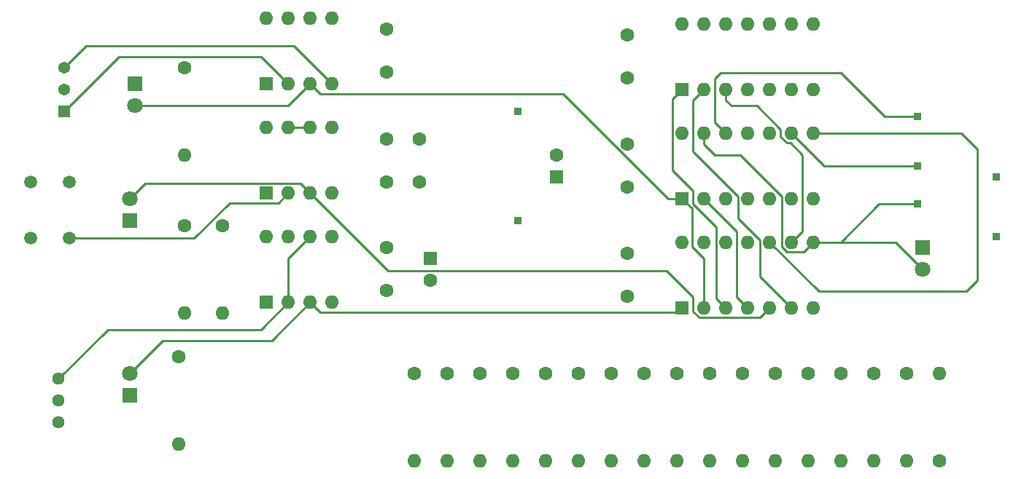
<source format=gbr>
%TF.GenerationSoftware,KiCad,Pcbnew,(6.0.0)*%
%TF.CreationDate,2022-01-09T16:02:52-08:00*%
%TF.ProjectId,Full555Timer,46756c6c-3535-4355-9469-6d65722e6b69,rev?*%
%TF.SameCoordinates,Original*%
%TF.FileFunction,Copper,L1,Top*%
%TF.FilePolarity,Positive*%
%FSLAX46Y46*%
G04 Gerber Fmt 4.6, Leading zero omitted, Abs format (unit mm)*
G04 Created by KiCad (PCBNEW (6.0.0)) date 2022-01-09 16:02:52*
%MOMM*%
%LPD*%
G01*
G04 APERTURE LIST*
%TA.AperFunction,ComponentPad*%
%ADD10R,1.600000X1.600000*%
%TD*%
%TA.AperFunction,ComponentPad*%
%ADD11C,1.600000*%
%TD*%
%TA.AperFunction,ComponentPad*%
%ADD12R,1.800000X1.800000*%
%TD*%
%TA.AperFunction,ComponentPad*%
%ADD13C,1.800000*%
%TD*%
%TA.AperFunction,ComponentPad*%
%ADD14R,0.850000X0.850000*%
%TD*%
%TA.AperFunction,ComponentPad*%
%ADD15O,1.600000X1.600000*%
%TD*%
%TA.AperFunction,ComponentPad*%
%ADD16C,1.507998*%
%TD*%
%TA.AperFunction,ComponentPad*%
%ADD17R,1.370000X1.370000*%
%TD*%
%TA.AperFunction,ComponentPad*%
%ADD18C,1.370000*%
%TD*%
%TA.AperFunction,ComponentPad*%
%ADD19C,1.440000*%
%TD*%
%TA.AperFunction,Conductor*%
%ADD20C,0.250000*%
%TD*%
G04 APERTURE END LIST*
D10*
%TO.P,C1,1*%
%TO.N,+5V*%
X160655000Y-95885000D03*
D11*
%TO.P,C1,2*%
%TO.N,GND*%
X160655000Y-93385000D03*
%TD*%
%TO.P,C2,1*%
%TO.N,Net-(C2-Pad1)*%
X140970000Y-104140000D03*
%TO.P,C2,2*%
%TO.N,GND*%
X140970000Y-109140000D03*
%TD*%
D10*
%TO.P,C3,1*%
%TO.N,Net-(C3-Pad1)*%
X146050000Y-105410000D03*
D11*
%TO.P,C3,2*%
%TO.N,GND*%
X146050000Y-107910000D03*
%TD*%
%TO.P,C5,1*%
%TO.N,Net-(C5-Pad1)*%
X140970000Y-96520000D03*
%TO.P,C5,2*%
%TO.N,GND*%
X140970000Y-91520000D03*
%TD*%
%TO.P,C6,1*%
%TO.N,Net-(C6-Pad1)*%
X140970000Y-78740000D03*
%TO.P,C6,2*%
%TO.N,GND*%
X140970000Y-83740000D03*
%TD*%
%TO.P,C7,1*%
%TO.N,+5V*%
X168910000Y-104775000D03*
%TO.P,C7,2*%
%TO.N,GND*%
X168910000Y-109775000D03*
%TD*%
D12*
%TO.P,D1,1*%
%TO.N,Net-(D1-Pad1)*%
X111125000Y-121285000D03*
D13*
%TO.P,D1,2*%
%TO.N,Net-(D1-Pad2)*%
X111125000Y-118745000D03*
%TD*%
D12*
%TO.P,D2,1*%
%TO.N,Net-(D2-Pad1)*%
X111125000Y-100965000D03*
D13*
%TO.P,D2,2*%
%TO.N,Net-(D2-Pad2)*%
X111125000Y-98425000D03*
%TD*%
D12*
%TO.P,D4,1*%
%TO.N,Net-(D4-Pad1)*%
X203200000Y-104140000D03*
D13*
%TO.P,D4,2*%
%TO.N,Net-(D4-Pad2)*%
X203200000Y-106680000D03*
%TD*%
D14*
%TO.P,J3,1*%
%TO.N,Net-(J3-Pad1)*%
X202565000Y-94615000D03*
%TD*%
%TO.P,J5,1*%
%TO.N,Net-(D4-Pad2)*%
X202565000Y-99060000D03*
%TD*%
D11*
%TO.P,R1,1*%
%TO.N,Net-(R1-Pad1)*%
X121920000Y-101600000D03*
D15*
%TO.P,R1,2*%
%TO.N,Net-(R1-Pad2)*%
X121920000Y-111760000D03*
%TD*%
D11*
%TO.P,R2,1*%
%TO.N,Net-(R1-Pad2)*%
X144145000Y-118745000D03*
D15*
%TO.P,R2,2*%
%TO.N,+5V*%
X144145000Y-128905000D03*
%TD*%
D11*
%TO.P,R4,1*%
%TO.N,Net-(C5-Pad1)*%
X151765000Y-118745000D03*
D15*
%TO.P,R4,2*%
%TO.N,+5V*%
X151765000Y-128905000D03*
%TD*%
D11*
%TO.P,R5,1*%
%TO.N,Net-(R5-Pad1)*%
X155575000Y-118745000D03*
D15*
%TO.P,R5,2*%
%TO.N,+5V*%
X155575000Y-128905000D03*
%TD*%
D11*
%TO.P,R6,1*%
%TO.N,Net-(R6-Pad1)*%
X159385000Y-118745000D03*
D15*
%TO.P,R6,2*%
%TO.N,+5V*%
X159385000Y-128905000D03*
%TD*%
D11*
%TO.P,R7,1*%
%TO.N,GND*%
X116840000Y-116840000D03*
D15*
%TO.P,R7,2*%
%TO.N,Net-(D1-Pad1)*%
X116840000Y-127000000D03*
%TD*%
D11*
%TO.P,R8,1*%
%TO.N,Net-(D2-Pad1)*%
X117475000Y-101600000D03*
D15*
%TO.P,R8,2*%
%TO.N,GND*%
X117475000Y-111760000D03*
%TD*%
D10*
%TO.P,U1,1*%
%TO.N,GND*%
X127000000Y-110490000D03*
D15*
%TO.P,U1,2*%
%TO.N,Net-(C3-Pad1)*%
X129540000Y-110490000D03*
%TO.P,U1,3*%
%TO.N,Net-(D1-Pad2)*%
X132080000Y-110490000D03*
%TO.P,U1,4*%
%TO.N,+5V*%
X134620000Y-110490000D03*
%TO.P,U1,5*%
%TO.N,Net-(C2-Pad1)*%
X134620000Y-102870000D03*
%TO.P,U1,6*%
%TO.N,Net-(C3-Pad1)*%
X132080000Y-102870000D03*
%TO.P,U1,7*%
%TO.N,Net-(R1-Pad2)*%
X129540000Y-102870000D03*
%TO.P,U1,8*%
%TO.N,+5V*%
X127000000Y-102870000D03*
%TD*%
D10*
%TO.P,U2,1*%
%TO.N,GND*%
X127000000Y-97790000D03*
D15*
%TO.P,U2,2*%
%TO.N,Net-(R3-Pad1)*%
X129540000Y-97790000D03*
%TO.P,U2,3*%
%TO.N,Net-(D2-Pad2)*%
X132080000Y-97790000D03*
%TO.P,U2,4*%
%TO.N,+5V*%
X134620000Y-97790000D03*
%TO.P,U2,5*%
%TO.N,Net-(C4-Pad1)*%
X134620000Y-90170000D03*
%TO.P,U2,6*%
%TO.N,Net-(C5-Pad1)*%
X132080000Y-90170000D03*
%TO.P,U2,7*%
X129540000Y-90170000D03*
%TO.P,U2,8*%
%TO.N,+5V*%
X127000000Y-90170000D03*
%TD*%
D10*
%TO.P,U3,1*%
%TO.N,GND*%
X127000000Y-85090000D03*
D15*
%TO.P,U3,2*%
%TO.N,Net-(R5-Pad1)*%
X129540000Y-85090000D03*
%TO.P,U3,3*%
%TO.N,Net-(D3-Pad2)*%
X132080000Y-85090000D03*
%TO.P,U3,4*%
%TO.N,Net-(R6-Pad1)*%
X134620000Y-85090000D03*
%TO.P,U3,5*%
%TO.N,Net-(C6-Pad1)*%
X134620000Y-77470000D03*
%TO.P,U3,6*%
%TO.N,GND*%
X132080000Y-77470000D03*
%TO.P,U3,7*%
%TO.N,Net-(U3-Pad7)*%
X129540000Y-77470000D03*
%TO.P,U3,8*%
%TO.N,+5V*%
X127000000Y-77470000D03*
%TD*%
D10*
%TO.P,U5,1*%
%TO.N,Net-(D3-Pad2)*%
X175260000Y-98425000D03*
D15*
%TO.P,U5,2*%
%TO.N,Net-(U4-Pad4)*%
X177800000Y-98425000D03*
%TO.P,U5,3*%
%TO.N,Net-(R19-Pad1)*%
X180340000Y-98425000D03*
%TO.P,U5,4*%
%TO.N,Net-(U5-Pad4)*%
X182880000Y-98425000D03*
%TO.P,U5,5*%
%TO.N,Net-(R18-Pad1)*%
X185420000Y-98425000D03*
%TO.P,U5,6*%
%TO.N,Net-(U5-Pad6)*%
X187960000Y-98425000D03*
%TO.P,U5,7*%
%TO.N,GND*%
X190500000Y-98425000D03*
%TO.P,U5,8*%
%TO.N,Net-(U4-Pad10)*%
X190500000Y-90805000D03*
%TO.P,U5,9*%
%TO.N,Net-(J3-Pad1)*%
X187960000Y-90805000D03*
%TO.P,U5,10*%
%TO.N,Net-(U5-Pad10)*%
X185420000Y-90805000D03*
%TO.P,U5,11*%
%TO.N,Net-(R17-Pad1)*%
X182880000Y-90805000D03*
%TO.P,U5,12*%
%TO.N,Net-(J4-Pad1)*%
X180340000Y-90805000D03*
%TO.P,U5,13*%
%TO.N,Net-(D4-Pad2)*%
X177800000Y-90805000D03*
%TO.P,U5,14*%
%TO.N,+5V*%
X175260000Y-90805000D03*
%TD*%
D10*
%TO.P,U6,1*%
%TO.N,Net-(U4-Pad3)*%
X175260000Y-85725000D03*
D15*
%TO.P,U6,2*%
%TO.N,Net-(U4-Pad6)*%
X177800000Y-85725000D03*
%TO.P,U6,3*%
%TO.N,Net-(U4-Pad9)*%
X180340000Y-85725000D03*
%TO.P,U6,4*%
%TO.N,Net-(R16-Pad1)*%
X182880000Y-85725000D03*
%TO.P,U6,5*%
%TO.N,Net-(R15-Pad1)*%
X185420000Y-85725000D03*
%TO.P,U6,6*%
%TO.N,Net-(U6-Pad6)*%
X187960000Y-85725000D03*
%TO.P,U6,7*%
%TO.N,GND*%
X190500000Y-85725000D03*
%TO.P,U6,8*%
%TO.N,Net-(U6-Pad8)*%
X190500000Y-78105000D03*
%TO.P,U6,9*%
%TO.N,Net-(R14-Pad1)*%
X187960000Y-78105000D03*
%TO.P,U6,10*%
%TO.N,Net-(R13-Pad1)*%
X185420000Y-78105000D03*
%TO.P,U6,11*%
%TO.N,Net-(U6-Pad11)*%
X182880000Y-78105000D03*
%TO.P,U6,12*%
%TO.N,Net-(R12-Pad1)*%
X180340000Y-78105000D03*
%TO.P,U6,13*%
%TO.N,Net-(R11-Pad1)*%
X177800000Y-78105000D03*
%TO.P,U6,14*%
%TO.N,+5V*%
X175260000Y-78105000D03*
%TD*%
D16*
%TO.P,SW1,1*%
%TO.N,GND*%
X104140000Y-96520000D03*
%TO.P,SW1,2*%
%TO.N,Net-(R3-Pad1)*%
X104140000Y-103020002D03*
%TO.P,SW1,3*%
%TO.N,N/C*%
X99639999Y-96520000D03*
%TO.P,SW1,4*%
X99639999Y-103020002D03*
%TD*%
D14*
%TO.P,J2,1*%
%TO.N,+5V*%
X156210000Y-100965000D03*
%TD*%
D10*
%TO.P,U4,1*%
%TO.N,Net-(D1-Pad2)*%
X175260000Y-111125000D03*
D15*
%TO.P,U4,2*%
%TO.N,Net-(D3-Pad2)*%
X177800000Y-111125000D03*
%TO.P,U4,3*%
%TO.N,Net-(U4-Pad3)*%
X180340000Y-111125000D03*
%TO.P,U4,4*%
%TO.N,Net-(U4-Pad4)*%
X182880000Y-111125000D03*
%TO.P,U4,5*%
%TO.N,Net-(D2-Pad2)*%
X185420000Y-111125000D03*
%TO.P,U4,6*%
%TO.N,Net-(U4-Pad6)*%
X187960000Y-111125000D03*
%TO.P,U4,7*%
%TO.N,GND*%
X190500000Y-111125000D03*
%TO.P,U4,8*%
%TO.N,Net-(D4-Pad2)*%
X190500000Y-103505000D03*
%TO.P,U4,9*%
%TO.N,Net-(U4-Pad9)*%
X187960000Y-103505000D03*
%TO.P,U4,10*%
%TO.N,Net-(U4-Pad10)*%
X185420000Y-103505000D03*
%TO.P,U4,11*%
%TO.N,Net-(U4-Pad11)*%
X182880000Y-103505000D03*
%TO.P,U4,12*%
%TO.N,Net-(R21-Pad1)*%
X180340000Y-103505000D03*
%TO.P,U4,13*%
%TO.N,Net-(R20-Pad1)*%
X177800000Y-103505000D03*
%TO.P,U4,14*%
%TO.N,+5V*%
X175260000Y-103505000D03*
%TD*%
D11*
%TO.P,C9,1*%
%TO.N,+5V*%
X168910000Y-79375000D03*
%TO.P,C9,2*%
%TO.N,GND*%
X168910000Y-84375000D03*
%TD*%
%TO.P,C8,1*%
%TO.N,+5V*%
X168910000Y-92075000D03*
%TO.P,C8,2*%
%TO.N,GND*%
X168910000Y-97075000D03*
%TD*%
%TO.P,R9,1*%
%TO.N,Net-(D3-Pad1)*%
X117475000Y-83185000D03*
D15*
%TO.P,R9,2*%
%TO.N,GND*%
X117475000Y-93345000D03*
%TD*%
D11*
%TO.P,R11,1*%
%TO.N,Net-(R11-Pad1)*%
X201295000Y-118745000D03*
D15*
%TO.P,R11,2*%
%TO.N,+5V*%
X201295000Y-128905000D03*
%TD*%
D11*
%TO.P,R12,1*%
%TO.N,Net-(R12-Pad1)*%
X197485000Y-118745000D03*
D15*
%TO.P,R12,2*%
%TO.N,+5V*%
X197485000Y-128905000D03*
%TD*%
D11*
%TO.P,R13,1*%
%TO.N,Net-(R13-Pad1)*%
X193675000Y-118745000D03*
D15*
%TO.P,R13,2*%
%TO.N,+5V*%
X193675000Y-128905000D03*
%TD*%
D11*
%TO.P,R15,1*%
%TO.N,Net-(R15-Pad1)*%
X186055000Y-118745000D03*
D15*
%TO.P,R15,2*%
%TO.N,+5V*%
X186055000Y-128905000D03*
%TD*%
D11*
%TO.P,R16,1*%
%TO.N,Net-(R16-Pad1)*%
X182245000Y-118745000D03*
D15*
%TO.P,R16,2*%
%TO.N,+5V*%
X182245000Y-128905000D03*
%TD*%
D11*
%TO.P,R18,1*%
%TO.N,Net-(R18-Pad1)*%
X174625000Y-118745000D03*
D15*
%TO.P,R18,2*%
%TO.N,+5V*%
X174625000Y-128905000D03*
%TD*%
D11*
%TO.P,R19,1*%
%TO.N,Net-(R19-Pad1)*%
X170815000Y-118745000D03*
D15*
%TO.P,R19,2*%
%TO.N,+5V*%
X170815000Y-128905000D03*
%TD*%
D11*
%TO.P,R20,1*%
%TO.N,Net-(R20-Pad1)*%
X167005000Y-118745000D03*
D15*
%TO.P,R20,2*%
%TO.N,+5V*%
X167005000Y-128905000D03*
%TD*%
D11*
%TO.P,R21,1*%
%TO.N,Net-(R21-Pad1)*%
X163195000Y-118745000D03*
D15*
%TO.P,R21,2*%
%TO.N,+5V*%
X163195000Y-128905000D03*
%TD*%
D11*
%TO.P,R14,1*%
%TO.N,Net-(R14-Pad1)*%
X189865000Y-118745000D03*
D15*
%TO.P,R14,2*%
%TO.N,+5V*%
X189865000Y-128905000D03*
%TD*%
D11*
%TO.P,R17,1*%
%TO.N,Net-(R17-Pad1)*%
X178435000Y-118745000D03*
D15*
%TO.P,R17,2*%
%TO.N,+5V*%
X178435000Y-128905000D03*
%TD*%
D14*
%TO.P,J6,1*%
%TO.N,GND*%
X211699999Y-102870000D03*
%TD*%
%TO.P,J7,1*%
%TO.N,+5V*%
X211699999Y-95885000D03*
%TD*%
D11*
%TO.P,C4,1*%
%TO.N,Net-(C4-Pad1)*%
X144780000Y-96520000D03*
%TO.P,C4,2*%
%TO.N,GND*%
X144780000Y-91520000D03*
%TD*%
D14*
%TO.P,J1,1*%
%TO.N,GND*%
X156210000Y-88265000D03*
%TD*%
D11*
%TO.P,R10,1*%
%TO.N,Net-(D4-Pad1)*%
X205105000Y-128905000D03*
D15*
%TO.P,R10,2*%
%TO.N,GND*%
X205105000Y-118745000D03*
%TD*%
D11*
%TO.P,R3,1*%
%TO.N,Net-(R3-Pad1)*%
X147955000Y-118745000D03*
D15*
%TO.P,R3,2*%
%TO.N,+5V*%
X147955000Y-128905000D03*
%TD*%
D12*
%TO.P,D3,1*%
%TO.N,Net-(D3-Pad1)*%
X111760000Y-85090000D03*
D13*
%TO.P,D3,2*%
%TO.N,Net-(D3-Pad2)*%
X111760000Y-87630000D03*
%TD*%
D17*
%TO.P,SW2,1*%
%TO.N,Net-(R5-Pad1)*%
X103505000Y-88265000D03*
D18*
%TO.P,SW2,2*%
%TO.N,GND*%
X103505000Y-85725000D03*
%TO.P,SW2,3*%
%TO.N,Net-(R6-Pad1)*%
X103505000Y-83185000D03*
%TD*%
D14*
%TO.P,J4,1*%
%TO.N,Net-(J4-Pad1)*%
X202565000Y-88900000D03*
%TD*%
D19*
%TO.P,RV1,1*%
%TO.N,Net-(C3-Pad1)*%
X102870000Y-119380000D03*
%TO.P,RV1,2*%
%TO.N,Net-(R1-Pad1)*%
X102870000Y-121920000D03*
%TO.P,RV1,3*%
%TO.N,Net-(RV1-Pad3)*%
X102870000Y-124460000D03*
%TD*%
D20*
%TO.N,Net-(U4-Pad10)*%
X208280000Y-109220000D02*
X191135000Y-109220000D01*
X209550000Y-107950000D02*
X208280000Y-109220000D01*
X209550000Y-92710000D02*
X209550000Y-107950000D01*
X207645000Y-90805000D02*
X209550000Y-92710000D01*
X191135000Y-109220000D02*
X185420000Y-103505000D01*
X190500000Y-90805000D02*
X207645000Y-90805000D01*
%TO.N,Net-(D4-Pad2)*%
X200025000Y-103505000D02*
X203200000Y-106680000D01*
%TO.N,Net-(C3-Pad1)*%
X108585000Y-113665000D02*
X102870000Y-119380000D01*
X126365000Y-113665000D02*
X108585000Y-113665000D01*
X129540000Y-110490000D02*
X129540000Y-105410000D01*
X129540000Y-105410000D02*
X132080000Y-102870000D01*
X129540000Y-110490000D02*
X126365000Y-113665000D01*
%TO.N,Net-(C5-Pad1)*%
X129540000Y-90170000D02*
X132080000Y-90170000D01*
%TO.N,Net-(D2-Pad2)*%
X132080000Y-97790000D02*
X141074999Y-106784999D01*
X141074999Y-106784999D02*
X173459999Y-106784999D01*
X184294999Y-112250001D02*
X185420000Y-111125000D01*
X173459999Y-106784999D02*
X176530000Y-109855000D01*
X176530000Y-111520002D02*
X177259999Y-112250001D01*
X132080000Y-97790000D02*
X130954999Y-96664999D01*
X112885001Y-96664999D02*
X111125000Y-98425000D01*
X176530000Y-109855000D02*
X176530000Y-111520002D01*
X130954999Y-96664999D02*
X112885001Y-96664999D01*
X177259999Y-112250001D02*
X184294999Y-112250001D01*
%TO.N,Net-(D3-Pad2)*%
X133205001Y-86215001D02*
X161384999Y-86215001D01*
X177800000Y-111125000D02*
X177800000Y-105410000D01*
X173594998Y-98425000D02*
X175260000Y-98425000D01*
X176385001Y-103995001D02*
X176385001Y-99550001D01*
X132080000Y-85090000D02*
X129540000Y-87630000D01*
X176385001Y-99550001D02*
X175260000Y-98425000D01*
X132080000Y-85090000D02*
X133205001Y-86215001D01*
X161384999Y-86215001D02*
X173594998Y-98425000D01*
X177800000Y-105410000D02*
X176385001Y-103995001D01*
X129540000Y-87630000D02*
X111760000Y-87630000D01*
%TO.N,Net-(D4-Pad2)*%
X187419999Y-104630001D02*
X189374999Y-104630001D01*
X177800000Y-90805000D02*
X177800000Y-92075000D01*
X190500000Y-103505000D02*
X193675000Y-103505000D01*
X186834999Y-98174997D02*
X186834999Y-104045001D01*
X177800000Y-92075000D02*
X179070000Y-93345000D01*
X193675000Y-103505000D02*
X200025000Y-103505000D01*
X179070000Y-93345000D02*
X182005002Y-93345000D01*
X193675000Y-103505000D02*
X198120000Y-99060000D01*
X189374999Y-104630001D02*
X190500000Y-103505000D01*
X182005002Y-93345000D02*
X186834999Y-98174997D01*
X186834999Y-104045001D02*
X187419999Y-104630001D01*
X198120000Y-99060000D02*
X202565000Y-99060000D01*
%TO.N,Net-(J3-Pad1)*%
X198120000Y-94615000D02*
X202565000Y-94615000D01*
X198120000Y-94615000D02*
X191770000Y-94615000D01*
X191770000Y-94615000D02*
X187960000Y-90805000D01*
%TO.N,Net-(J4-Pad1)*%
X198755000Y-88900000D02*
X202565000Y-88900000D01*
X193675000Y-83820000D02*
X198755000Y-88900000D01*
X179070000Y-89535000D02*
X179070000Y-84455000D01*
X180340000Y-90805000D02*
X179070000Y-89535000D01*
X179070000Y-84455000D02*
X179705000Y-83820000D01*
X179705000Y-83820000D02*
X193675000Y-83820000D01*
%TO.N,Net-(R3-Pad1)*%
X128414999Y-98915001D02*
X122699999Y-98915001D01*
X122699999Y-98915001D02*
X118594998Y-103020002D01*
X118594998Y-103020002D02*
X104140000Y-103020002D01*
X129540000Y-97790000D02*
X128414999Y-98915001D01*
%TO.N,Net-(R5-Pad1)*%
X129540000Y-85090000D02*
X126365000Y-81915000D01*
X109855000Y-81915000D02*
X103505000Y-88265000D01*
X126365000Y-81915000D02*
X109855000Y-81915000D01*
%TO.N,Net-(R6-Pad1)*%
X106045000Y-80645000D02*
X103505000Y-83185000D01*
X134620000Y-85090000D02*
X130175000Y-80645000D01*
X130175000Y-80645000D02*
X106045000Y-80645000D01*
%TO.N,Net-(U4-Pad9)*%
X180340000Y-86995000D02*
X180340000Y-85725000D01*
X189230000Y-93345000D02*
X187815001Y-91930001D01*
X187960000Y-103505000D02*
X189230000Y-102235000D01*
X187815001Y-91930001D02*
X187419999Y-91930001D01*
X189230000Y-102235000D02*
X189230000Y-93345000D01*
X186690000Y-90409998D02*
X183910002Y-87630000D01*
X180975000Y-87630000D02*
X180340000Y-86995000D01*
X187419999Y-91930001D02*
X186690000Y-91200002D01*
X183910002Y-87630000D02*
X180975000Y-87630000D01*
X186690000Y-91200002D02*
X186690000Y-90409998D01*
%TO.N,Net-(U4-Pad3)*%
X180340000Y-111125000D02*
X179214999Y-109999999D01*
X176530000Y-99058590D02*
X176530000Y-97509998D01*
X176530000Y-97509998D02*
X174134999Y-95114997D01*
X179214999Y-109999999D02*
X179214999Y-101743589D01*
X174134999Y-86850001D02*
X175260000Y-85725000D01*
X179214999Y-101743589D02*
X176530000Y-99058590D01*
X174134999Y-95114997D02*
X174134999Y-86850001D01*
%TO.N,Net-(U4-Pad4)*%
X182880000Y-111125000D02*
X181610000Y-109855000D01*
X181610000Y-102235000D02*
X177800000Y-98425000D01*
X181610000Y-109855000D02*
X181610000Y-102235000D01*
%TO.N,Net-(U4-Pad6)*%
X177800000Y-85725000D02*
X176530000Y-86995000D01*
X176530000Y-92949998D02*
X181754999Y-98174997D01*
X184294999Y-103254997D02*
X184294999Y-107459999D01*
X176530000Y-86995000D02*
X176530000Y-92949998D01*
X181754999Y-98174997D02*
X181754999Y-100714997D01*
X184294999Y-107459999D02*
X187960000Y-111125000D01*
X181754999Y-100714997D02*
X184294999Y-103254997D01*
%TO.N,Net-(D1-Pad2)*%
X111125000Y-118745000D02*
X114935000Y-114935000D01*
X114935000Y-114935000D02*
X127635000Y-114935000D01*
X132080000Y-110490000D02*
X133205001Y-111615001D01*
X133205001Y-111615001D02*
X174769999Y-111615001D01*
X174769999Y-111615001D02*
X175260000Y-111125000D01*
X127635000Y-114935000D02*
X132080000Y-110490000D01*
%TD*%
M02*

</source>
